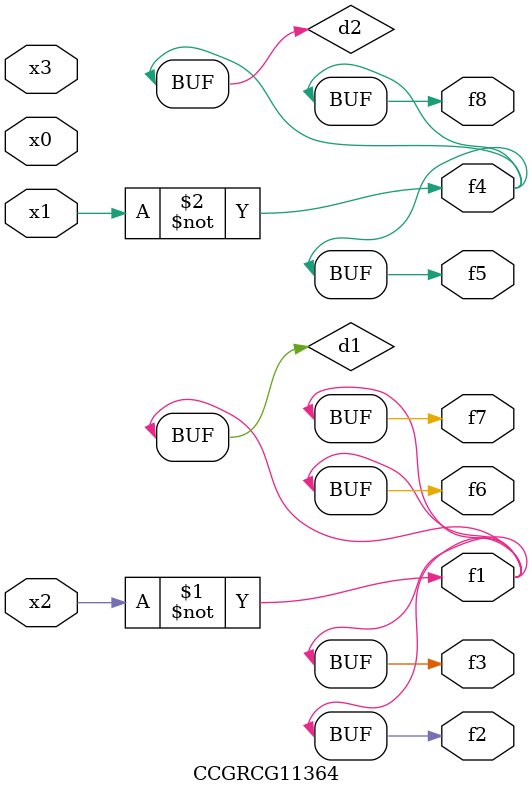
<source format=v>
module CCGRCG11364(
	input x0, x1, x2, x3,
	output f1, f2, f3, f4, f5, f6, f7, f8
);

	wire d1, d2;

	xnor (d1, x2);
	not (d2, x1);
	assign f1 = d1;
	assign f2 = d1;
	assign f3 = d1;
	assign f4 = d2;
	assign f5 = d2;
	assign f6 = d1;
	assign f7 = d1;
	assign f8 = d2;
endmodule

</source>
